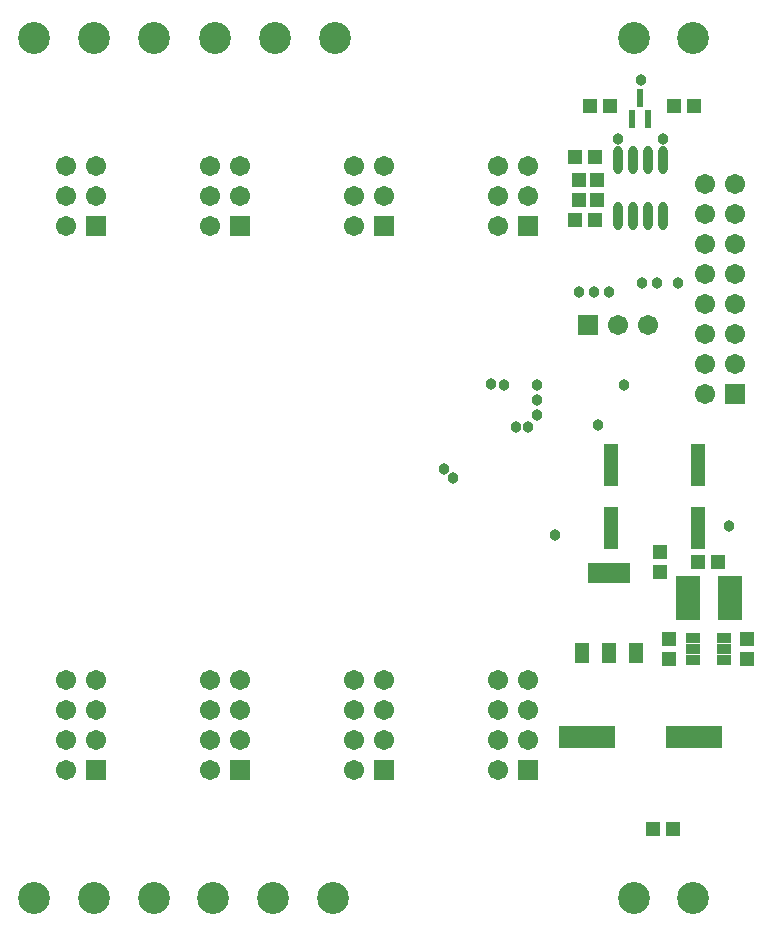
<source format=gts>
%FSDAX24Y24*%
%MOIN*%
%SFA1B1*%

%IPPOS*%
%ADD28R,0.047370X0.051310*%
%ADD29R,0.051310X0.047370*%
%ADD30O,0.031620X0.094610*%
%ADD31R,0.023750X0.059180*%
%ADD32R,0.185170X0.072960*%
%ADD33R,0.047370X0.035560*%
%ADD34R,0.078800X0.149670*%
%ADD35R,0.051240X0.141790*%
%ADD36R,0.051310X0.069020*%
%ADD37R,0.051310X0.069020*%
%ADD38R,0.143830X0.069020*%
%ADD39C,0.106420*%
%ADD40R,0.067060X0.067060*%
%ADD41C,0.067060*%
%ADD42R,0.067060X0.067060*%
%ADD43C,0.038000*%
%LNpcb_baseboard-1*%
%LPD*%
G54D28*
X021150Y026334D03*
Y025665D03*
X020550D03*
Y026334D03*
X026150Y010365D03*
Y011034D03*
X023550Y010365D03*
Y011034D03*
X023250Y013934D03*
Y013265D03*
G54D29*
X020415Y025000D03*
X021084D03*
X024384Y028800D03*
X023715D03*
X020915D03*
X021584D03*
X025184Y013600D03*
X024515D03*
X023684Y004700D03*
X023015D03*
X021084Y027100D03*
X020415D03*
G54D30*
X023350Y027000D03*
X022850D03*
X022350D03*
X021850D03*
X023350Y025110D03*
X022850D03*
X022350D03*
X021850D03*
G54D31*
X022591Y029059D03*
X022847Y028350D03*
X022335D03*
G54D32*
X024379Y007757D03*
X020835D03*
G54D33*
X024350Y011074D03*
Y010700D03*
Y010326D03*
X025373Y011074D03*
Y010700D03*
Y010326D03*
G54D34*
X024174Y012376D03*
X025591D03*
G54D35*
X021621Y016841D03*
Y014739D03*
X024521Y016841D03*
Y014739D03*
G54D36*
X020644Y010571D03*
G54D37*
X021550Y010571D03*
X022455D03*
G54D38*
X021550Y013228D03*
G54D39*
X012350Y002400D03*
X010350D03*
X008350D03*
X006400D03*
X004400D03*
X002400D03*
X024369Y031065D03*
X022400D03*
X008408D03*
X010408D03*
X012408D03*
X002400D03*
X004400D03*
X006400D03*
X024369Y002400D03*
X022400D03*
G54D40*
X020850Y021500D03*
G54D41*
X021850Y021500D03*
X022850D03*
X017850Y026800D03*
X018850D03*
X017850Y025800D03*
X018850D03*
X017850Y024800D03*
X013050Y026800D03*
X014050D03*
X013050Y025800D03*
X014050D03*
X013050Y024800D03*
X008250Y026800D03*
X009250D03*
X008250Y025800D03*
X009250D03*
X008250Y024800D03*
X003450Y026800D03*
X004450D03*
X003450Y025800D03*
X004450D03*
X003450Y024800D03*
X024750Y026200D03*
X025750D03*
X024750Y025200D03*
X025750D03*
X024750Y024200D03*
X025750D03*
X024750Y023200D03*
X025750D03*
X024750Y022200D03*
X025750D03*
X024750Y021200D03*
X025750D03*
X024750Y020200D03*
X025750D03*
X024750Y019200D03*
X013050Y009650D03*
X014050D03*
X013050Y008650D03*
X014050D03*
X013050Y007650D03*
X014050D03*
X013050Y006650D03*
X017850Y009650D03*
X018850D03*
X017850Y008650D03*
X018850D03*
X017850Y007650D03*
X018850D03*
X017850Y006650D03*
X008250Y009650D03*
X009250D03*
X008250Y008650D03*
X009250D03*
X008250Y007650D03*
X009250D03*
X008250Y006650D03*
X003450Y009650D03*
X004450D03*
X003450Y008650D03*
X004450D03*
X003450Y007650D03*
X004450D03*
X003450Y006650D03*
G54D42*
X018850Y024800D03*
X014050D03*
X009250D03*
X004450D03*
X025750Y019200D03*
X014050Y006650D03*
X018850D03*
X009250D03*
X004450D03*
G54D43*
X022050Y019500D03*
X021187Y018160D03*
X022605Y029643D03*
X020562Y022587D03*
X021562D03*
X021050Y022600D03*
X025550Y014800D03*
X019750Y014500D03*
X016350Y016400D03*
X016050Y016700D03*
X019150Y019500D03*
X018450Y018100D03*
X018850D03*
X019150Y019000D03*
Y018500D03*
X018050Y019500D03*
X023150Y022900D03*
X023850D03*
X017637Y019512D03*
X022650Y022900D03*
X023350Y027700D03*
X021850D03*
M02*
</source>
